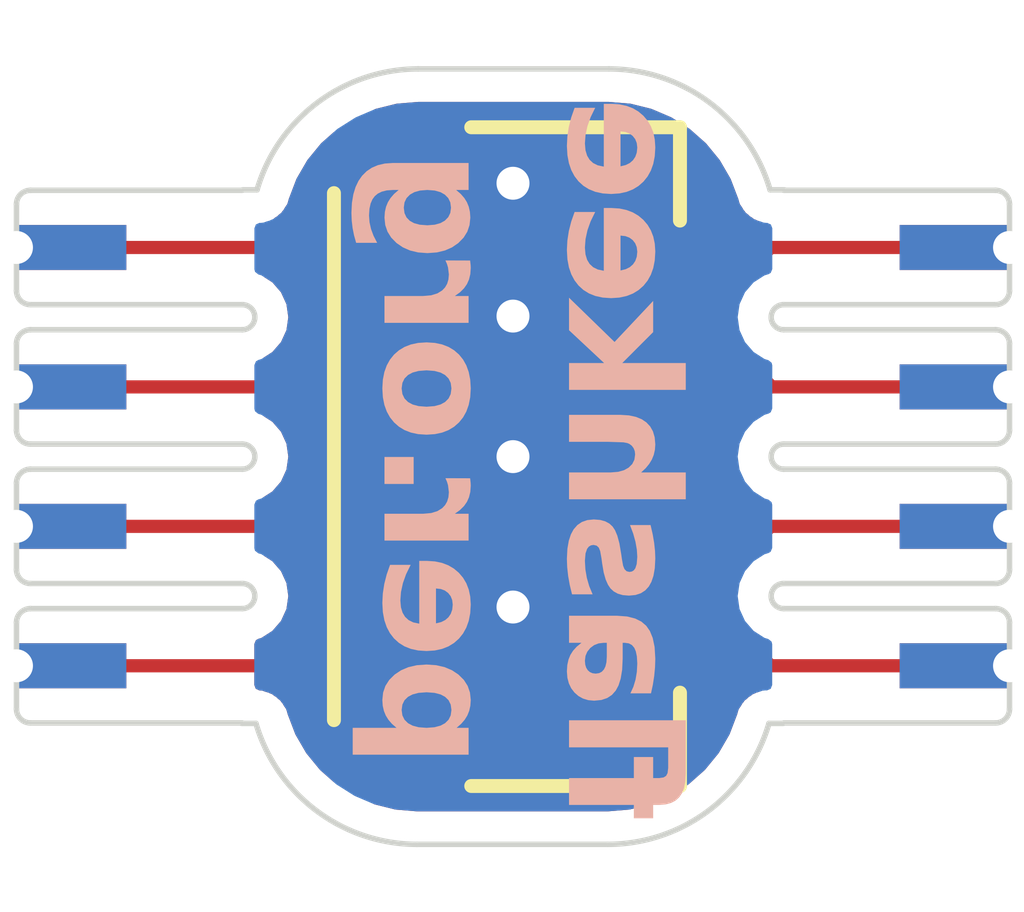
<source format=kicad_pcb>
(kicad_pcb (version 20241229) (generator "pcbnew") (generator_version "9.0")
  (layers (0 "F.Cu" signal) (2 "B.Cu" signal) (13 "F.Paste" user) (15 "B.Paste" user) (5 "F.SilkS" user "F.Silkscreen") (7 "B.SilkS" user "B.Silkscreen") (1 "F.Mask" user) (3 "B.Mask" user) (25 "Edge.Cuts" user))
  (net 0 "")
  (net 1 "{slash}WP")
  (net 2 "GND")
  (net 3 "DO")
  (net 4 "VCC")
  (net 5 "{slash}HOLD")
  (net 6 "CLK")
  (net 7 "{slash}CS")
  (net 8 "DI")
  (footprint "flashkeeper:SolderConnector_SOIC8Wide" (layer "F.Cu") (at 145.355 108.745)
    (property "Reference" "U1" (hide yes))
    (property "Value" "SPI Flash" (hide yes))
    (fp_line (start -4.52 -1.5113) (end -4.52 -2.2987) (stroke (width 0.05)) (layer "Edge.Cuts"))
    (fp_line (start -4.52 -1.0287) (end -4.52 -0.2413) (stroke (width 0.05)) (layer "Edge.Cuts"))
    (fp_line (start -4.52 0.2413) (end -4.52 1.0287) (stroke (width 0.05)) (layer "Edge.Cuts"))
    (fp_line (start -4.52 1.5113) (end -4.52 2.2987) (stroke (width 0.05)) (layer "Edge.Cuts"))
    (fp_line (start -4.393 -2.4257) (end -2.4645 -2.4257) (stroke (width 0.05)) (layer "Edge.Cuts"))
    (fp_line (start -4.393 -1.3843) (end -2.4645 -1.3843) (stroke (width 0.05)) (layer "Edge.Cuts"))
    (fp_line (start -4.393 -0.1143) (end -2.4645 -0.1143) (stroke (width 0.05)) (layer "Edge.Cuts"))
    (fp_line (start -4.393 1.1557) (end -2.4645 1.1557) (stroke (width 0.05)) (layer "Edge.Cuts"))
    (fp_line (start -4.393 2.4257) (end -2.4645 2.4257) (stroke (width 0.05)) (layer "Edge.Cuts"))
    (fp_line (start -2.4645 -1.1557) (end -4.393 -1.1557) (stroke (width 0.05)) (layer "Edge.Cuts"))
    (fp_line (start -2.4645 0.1143) (end -4.393 0.1143) (stroke (width 0.05)) (layer "Edge.Cuts"))
    (fp_line (start -2.4645 1.3843) (end -4.393 1.3843) (stroke (width 0.05)) (layer "Edge.Cuts"))
    (fp_line (start 2.4645 -1.1557) (end 4.393 -1.1557) (stroke (width 0.05)) (layer "Edge.Cuts"))
    (fp_line (start 2.4645 0.1143) (end 4.393 0.1143) (stroke (width 0.05)) (layer "Edge.Cuts"))
    (fp_line (start 2.4645 1.3843) (end 4.393 1.3843) (stroke (width 0.05)) (layer "Edge.Cuts"))
    (fp_line (start 4.393 -2.4257) (end 2.4645 -2.4257) (stroke (width 0.05)) (layer "Edge.Cuts"))
    (fp_line (start 4.393 -1.3843) (end 2.4645 -1.3843) (stroke (width 0.05)) (layer "Edge.Cuts"))
    (fp_line (start 4.393 -0.1143) (end 2.4645 -0.1143) (stroke (width 0.05)) (layer "Edge.Cuts"))
    (fp_line (start 4.393 1.1557) (end 2.4645 1.1557) (stroke (width 0.05)) (layer "Edge.Cuts"))
    (fp_line (start 4.393 2.4257) (end 2.4645 2.4257) (stroke (width 0.05)) (layer "Edge.Cuts"))
    (fp_line (start 4.52 -2.2987) (end 4.52 -1.5113) (stroke (width 0.05)) (layer "Edge.Cuts"))
    (fp_line (start 4.52 -1.0287) (end 4.52 -0.2413) (stroke (width 0.05)) (layer "Edge.Cuts"))
    (fp_line (start 4.52 0.2413) (end 4.52 1.0287) (stroke (width 0.05)) (layer "Edge.Cuts"))
    (fp_line (start 4.52 1.5113) (end 4.52 2.2987) (stroke (width 0.05)) (layer "Edge.Cuts"))
    (fp_arc (start -4.52 -2.2987) (mid -4.482803 -2.388503) (end -4.393 -2.4257) (stroke (width 0.05)) (layer "Edge.Cuts"))
    (fp_arc (start -4.52 -1.0287) (mid -4.482803 -1.118503) (end -4.393 -1.1557) (stroke (width 0.05)) (layer "Edge.Cuts"))
    (fp_arc (start -4.52 0.2413) (mid -4.482803 0.151497) (end -4.393 0.1143) (stroke (width 0.05)) (layer "Edge.Cuts"))
    (fp_arc (start -4.52 1.5113) (mid -4.482803 1.421497) (end -4.393 1.3843) (stroke (width 0.05)) (layer "Edge.Cuts"))
    (fp_arc (start -4.393 -1.3843) (mid -4.482803 -1.421497) (end -4.52 -1.5113) (stroke (width 0.05)) (layer "Edge.Cuts"))
    (fp_arc (start -4.393 -0.1143) (mid -4.482803 -0.151497) (end -4.52 -0.2413) (stroke (width 0.05)) (layer "Edge.Cuts"))
    (fp_arc (start -4.393 1.1557) (mid -4.482803 1.118503) (end -4.52 1.0287) (stroke (width 0.05)) (layer "Edge.Cuts"))
    (fp_arc (start -4.393 2.4257) (mid -4.482803 2.388503) (end -4.52 2.2987) (stroke (width 0.05)) (layer "Edge.Cuts"))
    (fp_arc (start -2.4645 -1.3843) (mid -2.3502 -1.27) (end -2.4645 -1.1557) (stroke (width 0.05)) (layer "Edge.Cuts"))
    (fp_arc (start -2.4645 -0.1143) (mid -2.3502 0) (end -2.4645 0.1143) (stroke (width 0.05)) (layer "Edge.Cuts"))
    (fp_arc (start -2.4645 1.1557) (mid -2.3502 1.27) (end -2.4645 1.3843) (stroke (width 0.05)) (layer "Edge.Cuts"))
    (fp_arc (start 2.4645 -1.1557) (mid 2.3502 -1.27) (end 2.4645 -1.3843) (stroke (width 0.05)) (layer "Edge.Cuts"))
    (fp_arc (start 2.4645 0.1143) (mid 2.3502 0) (end 2.4645 -0.1143) (stroke (width 0.05)) (layer "Edge.Cuts"))
    (fp_arc (start 2.4645 1.3843) (mid 2.3502 1.27) (end 2.4645 1.1557) (stroke (width 0.05)) (layer "Edge.Cuts"))
    (fp_arc (start 4.393 -2.4257) (mid 4.482803 -2.388503) (end 4.52 -2.2987) (stroke (width 0.05)) (layer "Edge.Cuts"))
    (fp_arc (start 4.393 -1.1557) (mid 4.482803 -1.118503) (end 4.52 -1.0287) (stroke (width 0.05)) (layer "Edge.Cuts"))
    (fp_arc (start 4.393 0.1143) (mid 4.482803 0.151497) (end 4.52 0.2413) (stroke (width 0.05)) (layer "Edge.Cuts"))
    (fp_arc (start 4.393 1.3843) (mid 4.482803 1.421497) (end 4.52 1.5113) (stroke (width 0.05)) (layer "Edge.Cuts"))
    (fp_arc (start 4.52 -1.5113) (mid 4.482803 -1.421497) (end 4.393 -1.3843) (stroke (width 0.05)) (layer "Edge.Cuts"))
    (fp_arc (start 4.52 -0.2413) (mid 4.482803 -0.151497) (end 4.393 -0.1143) (stroke (width 0.05)) (layer "Edge.Cuts"))
    (fp_arc (start 4.52 1.0287) (mid 4.482803 1.118503) (end 4.393 1.1557) (stroke (width 0.05)) (layer "Edge.Cuts"))
    (fp_arc (start 4.52 2.2987) (mid 4.482803 2.388503) (end 4.393 2.4257) (stroke (width 0.05)) (layer "Edge.Cuts"))
    (pad "1" thru_hole rect (at -4.52 -1.905) (size 1 0.41) (drill 0.3 (offset 0.5 0)) (property pad_prop_castellated) (layers "*.Cu" "*.Mask") (net 7 "{slash}CS"))
    (pad "2" thru_hole rect (at -4.52 -0.635) (size 1 0.41) (drill 0.3 (offset 0.5 0)) (property pad_prop_castellated) (layers "*.Cu" "*.Mask") (net 3 "DO"))
    (pad "3" thru_hole rect (at -4.52 0.635) (size 1 0.41) (drill 0.3 (offset 0.5 0)) (property pad_prop_castellated) (layers "*.Cu" "*.Mask") (net 1 "{slash}WP"))
    (pad "4" thru_hole rect (at -4.52 1.905) (size 1 0.41) (drill 0.3 (offset 0.5 0)) (property pad_prop_castellated) (layers "*.Cu" "*.Mask") (net 2 "GND"))
    (pad "5" thru_hole rect (at 4.52 1.905 180) (size 1 0.41) (drill 0.3 (offset 0.5 0)) (property pad_prop_castellated) (layers "*.Cu" "*.Mask") (net 8 "DI"))
    (pad "6" thru_hole rect (at 4.52 0.635 180) (size 1 0.41) (drill 0.3 (offset 0.5 0)) (property pad_prop_castellated) (layers "*.Cu" "*.Mask") (net 6 "CLK"))
    (pad "7" thru_hole rect (at 4.52 -0.635 180) (size 1 0.41) (drill 0.3 (offset 0.5 0)) (property pad_prop_castellated) (layers "*.Cu" "*.Mask") (net 5 "{slash}HOLD"))
    (pad "8" thru_hole rect (at 4.52 -1.905 180) (size 1 0.41) (drill 0.3 (offset 0.5 0)) (property pad_prop_castellated) (layers "*.Cu" "*.Mask") (net 4 "VCC"))
  )
  (footprint "flashkeeper:TE_2328702-8" (layer "F.Cu") (at 146.825 110.495 -90)
    (property "Reference" "J1" (hide yes))
    (property "Value" "FFC" (hide yes))
    (fp_line (start -4.15 3.1) (end 0.65 3.1) (stroke (width 0.127)) (layer "F.SilkS"))
    (fp_line (start -4.75 -0.05) (end -4.75 1.85) (stroke (width 0.127)) (layer "F.SilkS"))
    (fp_line (start -3.9 -0.05) (end -4.75 -0.05) (stroke (width 0.127)) (layer "F.SilkS"))
    (fp_line (start 0.4 -0.05) (end 1.25 -0.05) (stroke (width 0.127)) (layer "F.SilkS"))
    (fp_line (start 1.25 -0.05) (end 1.25 1.85) (stroke (width 0.127)) (layer "F.SilkS"))
    (pad "1" smd rect (at -3.5 0 270) (size 0.3 0.8) (layers "F.Cu" "F.Mask" "F.Paste") (net 4 "VCC"))
    (pad "2" smd rect (at -3 0 270) (size 0.3 0.8) (layers "F.Cu" "F.Mask" "F.Paste") (net 7 "{slash}CS"))
    (pad "3" smd rect (at -2.5 0 270) (size 0.3 0.8) (layers "F.Cu" "F.Mask" "F.Paste") (net 5 "{slash}HOLD"))
    (pad "4" smd rect (at -2 0 270) (size 0.3 0.8) (layers "F.Cu" "F.Mask" "F.Paste") (net 3 "DO"))
    (pad "5" smd rect (at -1.5 0 270) (size 0.3 0.8) (layers "F.Cu" "F.Mask" "F.Paste") (net 1 "{slash}WP"))
    (pad "6" smd rect (at -1 0 270) (size 0.3 0.8) (layers "F.Cu" "F.Mask" "F.Paste") (net 6 "CLK"))
    (pad "7" smd rect (at -0.5 0 270) (size 0.3 0.8) (layers "F.Cu" "F.Mask" "F.Paste") (net 2 "GND"))
    (pad "8" smd rect (at 0 0 270) (size 0.3 0.8) (layers "F.Cu" "F.Mask" "F.Paste") (net 8 "DI"))
    (pad "S1" smd rect (at -4.5 2.5 270) (size 0.4 0.8) (layers "F.Cu" "F.Mask" "F.Paste"))
    (pad "S2" smd rect (at 1 2.5 270) (size 0.4 0.8) (layers "F.Cu" "F.Mask" "F.Paste"))
  )
  (gr_line (start 147.695 106.315) (end 147.825 106.315) (stroke (width 0.05)) (layer "Edge.Cuts"))
  (gr_arc (start 143.025 106.315) (mid 143.575304 105.520272) (end 144.49196 105.213403) (stroke (width 0.05)) (layer "Edge.Cuts"))
  (gr_line (start 144.48196 112.276596) (end 146.21804 112.276597) (stroke (width 0.05)) (layer "Edge.Cuts"))
  (gr_arc (start 147.685 111.175) (mid 147.134696 111.969728) (end 146.21804 112.276597) (stroke (width 0.05)) (layer "Edge.Cuts"))
  (gr_line (start 146.22804 105.213404) (end 144.49196 105.213403) (stroke (width 0.05)) (layer "Edge.Cuts"))
  (gr_arc (start 146.22804 105.213403) (mid 147.144696 105.520272) (end 147.695 106.315) (stroke (width 0.05)) (layer "Edge.Cuts"))
  (gr_line (start 143.015 111.175) (end 142.885 111.175) (stroke (width 0.05)) (layer "Edge.Cuts"))
  (gr_line (start 147.685 111.175) (end 147.815 111.175) (stroke (width 0.05)) (layer "Edge.Cuts"))
  (gr_line (start 143.025 106.315) (end 142.895 106.315) (stroke (width 0.05)) (layer "Edge.Cuts"))
  (gr_arc (start 144.48196 112.276597) (mid 143.565304 111.969728) (end 143.015 111.175) (stroke (width 0.05)) (layer "Edge.Cuts"))
  (gr_text "flashkee\nper.org" (at 144.015 108.765 270) (layer "B.SilkS") (effects (font (size 1 1) (thickness 0.1)) (justify bottom mirror)))
  (segment (start 145.75 109.38) (end 146.135 108.995) (width 0.12) (layer "F.Cu") (net 1))
  (segment (start 140.835 109.38) (end 145.75 109.38) (width 0.12) (layer "F.Cu") (net 1))
  (segment (start 146.135 108.995) (end 147.075 108.995) (width 0.12) (layer "F.Cu") (net 1))
  (segment (start 140.835 110.65) (end 143.31 110.65) (width 0.12) (layer "F.Cu") (net 2))
  (via (at 145.355 107.465) (size 0.6) (drill 0.3) (layers "F.Cu" "B.Cu") (net 2))
  (via (at 145.355 108.745) (size 0.6) (drill 0.3) (layers "F.Cu" "B.Cu") (net 2))
  (via (at 145.355 110.115) (size 0.6) (drill 0.3) (layers "F.Cu" "B.Cu") (net 2))
  (via (at 145.355 106.255) (size 0.6) (drill 0.3) (layers "F.Cu" "B.Cu") (net 2))
  (segment (start 140.835 108.11) (end 145.75 108.11) (width 0.12) (layer "F.Cu") (net 3))
  (segment (start 146.135 108.495) (end 147.075 108.495) (width 0.12) (layer "F.Cu") (net 3))
  (segment (start 145.75 108.11) (end 146.135 108.495) (width 0.12) (layer "F.Cu") (net 3))
  (segment (start 147.545 106.995) (end 147.7 106.84) (width 0.12) (layer "F.Cu") (net 4))
  (segment (start 147.075 106.995) (end 147.545 106.995) (width 0.12) (layer "F.Cu") (net 4))
  (segment (start 147.7 106.84) (end 149.875 106.84) (width 0.12) (layer "F.Cu") (net 4))
  (segment (start 147.595 107.995) (end 147.075 107.995) (width 0.12) (layer "F.Cu") (net 5))
  (segment (start 147.71 108.11) (end 147.595 107.995) (width 0.12) (layer "F.Cu") (net 5))
  (segment (start 149.875 108.11) (end 147.71 108.11) (width 0.12) (layer "F.Cu") (net 5))
  (segment (start 147.585 109.495) (end 147.075 109.495) (width 0.12) (layer "F.Cu") (net 6))
  (segment (start 149.875 109.38) (end 147.7 109.38) (width 0.12) (layer "F.Cu") (net 6))
  (segment (start 147.7 109.38) (end 147.585 109.495) (width 0.12) (layer "F.Cu") (net 6))
  (segment (start 140.835 106.84) (end 145.55 106.84) (width 0.12) (layer "F.Cu") (net 7))
  (segment (start 146.205 107.495) (end 147.075 107.495) (width 0.12) (layer "F.Cu") (net 7))
  (segment (start 145.55 106.84) (end 146.205 107.495) (width 0.12) (layer "F.Cu") (net 7))
  (segment (start 149.875 110.65) (end 147.7 110.65) (width 0.12) (layer "F.Cu") (net 8))
  (segment (start 147.7 110.65) (end 147.545 110.495) (width 0.12) (layer "F.Cu") (net 8))
  (segment (start 147.545 110.495) (end 147.075 110.495) (width 0.12) (layer "F.Cu") (net 8))
  (zone (net 2) (net_name "GND") (layers "F.Cu" "B.Cu") (connect_pads (clearance 0.1)) (min_thickness 0.1) (fill yes (thermal_gap 0.1) (thermal_bridge_width 0.2))
    (polygon (pts (xy 147.716128 104.585856) (xy 147.714133 112.905333) (xy 142.999541 112.905333) (xy 143.001536 104.585856)))
  )
)
</source>
